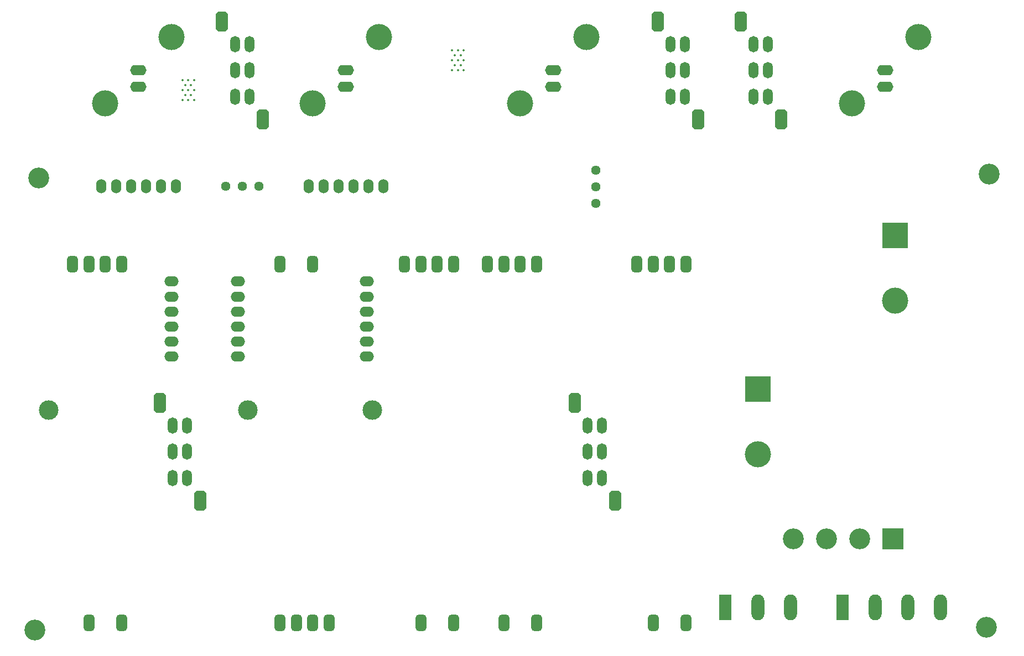
<source format=gbr>
%TF.GenerationSoftware,KiCad,Pcbnew,7.0.2*%
%TF.CreationDate,2023-07-19T18:14:25-04:00*%
%TF.ProjectId,basic_pid,62617369-635f-4706-9964-2e6b69636164,rev?*%
%TF.SameCoordinates,Original*%
%TF.FileFunction,Soldermask,Bot*%
%TF.FilePolarity,Negative*%
%FSLAX46Y46*%
G04 Gerber Fmt 4.6, Leading zero omitted, Abs format (unit mm)*
G04 Created by KiCad (PCBNEW 7.0.2) date 2023-07-19 18:14:25*
%MOMM*%
%LPD*%
G01*
G04 APERTURE LIST*
G04 Aperture macros list*
%AMRoundRect*
0 Rectangle with rounded corners*
0 $1 Rounding radius*
0 $2 $3 $4 $5 $6 $7 $8 $9 X,Y pos of 4 corners*
0 Add a 4 corners polygon primitive as box body*
4,1,4,$2,$3,$4,$5,$6,$7,$8,$9,$2,$3,0*
0 Add four circle primitives for the rounded corners*
1,1,$1+$1,$2,$3*
1,1,$1+$1,$4,$5*
1,1,$1+$1,$6,$7*
1,1,$1+$1,$8,$9*
0 Add four rect primitives between the rounded corners*
20,1,$1+$1,$2,$3,$4,$5,0*
20,1,$1+$1,$4,$5,$6,$7,0*
20,1,$1+$1,$6,$7,$8,$9,0*
20,1,$1+$1,$8,$9,$2,$3,0*%
%AMOutline5P*
0 Free polygon, 5 corners , with rotation*
0 The origin of the aperture is its center*
0 number of corners: always 5*
0 $1 to $10 corner X, Y*
0 $11 Rotation angle, in degrees counterclockwise*
0 create outline with 5 corners*
4,1,5,$1,$2,$3,$4,$5,$6,$7,$8,$9,$10,$1,$2,$11*%
%AMOutline6P*
0 Free polygon, 6 corners , with rotation*
0 The origin of the aperture is its center*
0 number of corners: always 6*
0 $1 to $12 corner X, Y*
0 $13 Rotation angle, in degrees counterclockwise*
0 create outline with 6 corners*
4,1,6,$1,$2,$3,$4,$5,$6,$7,$8,$9,$10,$11,$12,$1,$2,$13*%
%AMOutline7P*
0 Free polygon, 7 corners , with rotation*
0 The origin of the aperture is its center*
0 number of corners: always 7*
0 $1 to $14 corner X, Y*
0 $15 Rotation angle, in degrees counterclockwise*
0 create outline with 7 corners*
4,1,7,$1,$2,$3,$4,$5,$6,$7,$8,$9,$10,$11,$12,$13,$14,$1,$2,$15*%
%AMOutline8P*
0 Free polygon, 8 corners , with rotation*
0 The origin of the aperture is its center*
0 number of corners: always 8*
0 $1 to $16 corner X, Y*
0 $17 Rotation angle, in degrees counterclockwise*
0 create outline with 8 corners*
4,1,8,$1,$2,$3,$4,$5,$6,$7,$8,$9,$10,$11,$12,$13,$14,$15,$16,$1,$2,$17*%
G04 Aperture macros list end*
%ADD10C,3.000000*%
%ADD11C,3.200000*%
%ADD12C,0.355600*%
%ADD13R,4.000000X4.000000*%
%ADD14C,4.000000*%
%ADD15R,3.200000X3.200000*%
%ADD16R,1.980000X3.960000*%
%ADD17O,1.980000X3.960000*%
%ADD18O,2.200000X1.524000*%
%ADD19O,1.524000X2.200000*%
%ADD20O,2.500000X1.600000*%
%ADD21RoundRect,0.508000X-0.317500X-0.762000X0.317500X-0.762000X0.317500X0.762000X-0.317500X0.762000X0*%
%ADD22RoundRect,0.508000X0.317500X0.762000X-0.317500X0.762000X-0.317500X-0.762000X0.317500X-0.762000X0*%
%ADD23O,1.500000X2.500000*%
%ADD24Outline8P,-1.500000X0.540000X-1.140000X0.900000X1.140000X0.900000X1.500000X0.540000X1.500000X-0.540000X1.140000X-0.900000X-1.140000X-0.900000X-1.500000X-0.540000X90.000000*%
%ADD25Outline8P,-1.500000X0.540000X-1.140000X0.900000X1.140000X0.900000X1.500000X0.540000X1.500000X-0.540000X1.140000X-0.900000X-1.140000X-0.900000X-1.500000X-0.540000X270.000000*%
%ADD26C,1.440000*%
G04 APERTURE END LIST*
D10*
%TO.C,TP3*%
X106934000Y-90170000D03*
%TD*%
%TO.C,TP2*%
X156464000Y-90170000D03*
%TD*%
%TO.C,TP1*%
X137414000Y-90170000D03*
%TD*%
D11*
%TO.C,H1*%
X250825000Y-53975000D03*
%TD*%
%TO.C,H2*%
X105410000Y-54610000D03*
%TD*%
D12*
%TO.C,U13*%
X129135539Y-42682999D03*
X129135539Y-41158999D03*
X129135539Y-39634999D03*
X128691039Y-41920999D03*
X128691039Y-40396999D03*
X128246539Y-42682999D03*
X128246539Y-41158999D03*
X128246539Y-39634999D03*
X127802039Y-41920999D03*
X127802039Y-40396999D03*
X127357539Y-42682999D03*
X127357539Y-41158999D03*
X127357539Y-39634999D03*
%TD*%
D13*
%TO.C,C19*%
X215400000Y-86900000D03*
D14*
X215400000Y-96900000D03*
%TD*%
D15*
%TO.C,D1*%
X236060000Y-109900000D03*
D11*
X230980000Y-109900000D03*
X225900000Y-109900000D03*
X220820000Y-109900000D03*
%TD*%
%TO.C,H4*%
X250400000Y-123400000D03*
%TD*%
D16*
%TO.C,J6*%
X210460000Y-120400000D03*
D17*
X215460000Y-120400000D03*
X220460000Y-120400000D03*
%TD*%
D11*
%TO.C,H3*%
X104775000Y-123825000D03*
%TD*%
D13*
%TO.C,C18*%
X236400000Y-63400000D03*
D14*
X236400000Y-73400000D03*
%TD*%
D12*
%TO.C,U8*%
X170395512Y-38088772D03*
X170395512Y-36564772D03*
X170395512Y-35040772D03*
X169951012Y-37326772D03*
X169951012Y-35802772D03*
X169506512Y-38088772D03*
X169506512Y-36564772D03*
X169506512Y-35040772D03*
X169062012Y-37326772D03*
X169062012Y-35802772D03*
X168617512Y-38088772D03*
X168617512Y-36564772D03*
X168617512Y-35040772D03*
%TD*%
D16*
%TO.C,J5*%
X228400000Y-120400000D03*
D17*
X233400000Y-120400000D03*
X238400000Y-120400000D03*
X243400000Y-120400000D03*
%TD*%
D18*
%TO.C,SW8*%
X135890000Y-79650000D03*
X135890000Y-77350000D03*
X135890000Y-75050000D03*
X135890000Y-72750000D03*
X135890000Y-70450000D03*
X135890000Y-81950000D03*
%TD*%
D19*
%TO.C,SW9*%
X117200000Y-55880000D03*
X119500000Y-55880000D03*
X121800000Y-55880000D03*
X124100000Y-55880000D03*
X126400000Y-55880000D03*
X114900000Y-55880000D03*
%TD*%
D14*
%TO.C,J4*%
X125730000Y-33020000D03*
X115570000Y-43180000D03*
D20*
X120650000Y-38100000D03*
X120650000Y-40640000D03*
%TD*%
D21*
%TO.C,RV3*%
X147300000Y-122750000D03*
X149800000Y-122750000D03*
X147300000Y-67750000D03*
X142300000Y-67750000D03*
X142300000Y-122750000D03*
X144800000Y-122750000D03*
%TD*%
D22*
%TO.C,RV4*%
X163850000Y-67750000D03*
X161350000Y-67750000D03*
X163850000Y-122750000D03*
X168850000Y-122750000D03*
X168850000Y-67750000D03*
X166350000Y-67750000D03*
%TD*%
D23*
%TO.C,SW5*%
X191600000Y-100520000D03*
X191600000Y-96520000D03*
X191600000Y-92520000D03*
X189400000Y-100520000D03*
X189400000Y-96520000D03*
X189400000Y-92520000D03*
D24*
X193600000Y-104020000D03*
X187400000Y-89020000D03*
%TD*%
D23*
%TO.C,SW1*%
X202100000Y-34100000D03*
X202100000Y-38100000D03*
X202100000Y-42100000D03*
X204300000Y-34100000D03*
X204300000Y-38100000D03*
X204300000Y-42100000D03*
D25*
X200100000Y-30600000D03*
X206300000Y-45600000D03*
%TD*%
D22*
%TO.C,RV5*%
X113050000Y-67750000D03*
X110550000Y-67750000D03*
X113050000Y-122750000D03*
X118050000Y-122750000D03*
X118050000Y-67750000D03*
X115550000Y-67750000D03*
%TD*%
%TO.C,RV1*%
X199410000Y-67750000D03*
X196910000Y-67750000D03*
X199410000Y-122750000D03*
X204410000Y-122750000D03*
X204410000Y-67750000D03*
X201910000Y-67750000D03*
%TD*%
D26*
%TO.C,RV6*%
X139065000Y-55880000D03*
X136525000Y-55880000D03*
X133985000Y-55880000D03*
%TD*%
D23*
%TO.C,SW3*%
X128100000Y-100520000D03*
X128100000Y-96520000D03*
X128100000Y-92520000D03*
X125900000Y-100520000D03*
X125900000Y-96520000D03*
X125900000Y-92520000D03*
D24*
X130100000Y-104020000D03*
X123900000Y-89020000D03*
%TD*%
D26*
%TO.C,RV7*%
X190647006Y-58437475D03*
X190647006Y-55897475D03*
X190647006Y-53357475D03*
%TD*%
D23*
%TO.C,SW10*%
X137625000Y-42100000D03*
X137625000Y-38100000D03*
X137625000Y-34100000D03*
X135425000Y-42100000D03*
X135425000Y-38100000D03*
X135425000Y-34100000D03*
D24*
X139625000Y-45600000D03*
X133425000Y-30600000D03*
%TD*%
D23*
%TO.C,SW2*%
X217000000Y-42100000D03*
X217000000Y-38100000D03*
X217000000Y-34100000D03*
X214800000Y-42100000D03*
X214800000Y-38100000D03*
X214800000Y-34100000D03*
D24*
X219000000Y-45600000D03*
X212800000Y-30600000D03*
%TD*%
D19*
%TO.C,SW4*%
X148950000Y-55880000D03*
X151250000Y-55880000D03*
X153550000Y-55880000D03*
X155850000Y-55880000D03*
X158150000Y-55880000D03*
X146650000Y-55880000D03*
%TD*%
D14*
%TO.C,J2*%
X240030000Y-33020000D03*
X229870000Y-43180000D03*
D20*
X234950000Y-38100000D03*
X234950000Y-40640000D03*
%TD*%
D18*
%TO.C,SW7*%
X155575000Y-79650000D03*
X155575000Y-77350000D03*
X155575000Y-75050000D03*
X155575000Y-72750000D03*
X155575000Y-70450000D03*
X155575000Y-81950000D03*
%TD*%
D14*
%TO.C,J1*%
X189230000Y-33020000D03*
X179070000Y-43180000D03*
D20*
X184150000Y-38100000D03*
X184150000Y-40640000D03*
%TD*%
D18*
%TO.C,SW6*%
X125730000Y-79650000D03*
X125730000Y-77350000D03*
X125730000Y-75050000D03*
X125730000Y-72750000D03*
X125730000Y-70450000D03*
X125730000Y-81950000D03*
%TD*%
D22*
%TO.C,RV2*%
X176550000Y-67750000D03*
X174050000Y-67750000D03*
X176550000Y-122750000D03*
X181550000Y-122750000D03*
X181550000Y-67750000D03*
X179050000Y-67750000D03*
%TD*%
D14*
%TO.C,J3*%
X157480000Y-33020000D03*
X147320000Y-43180000D03*
D20*
X152400000Y-38100000D03*
X152400000Y-40640000D03*
%TD*%
M02*

</source>
